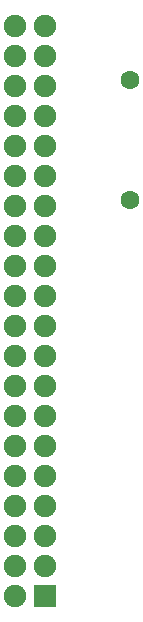
<source format=gbr>
G04 DipTrace 2.4.0.2*
%INBottomMask.gbr*%
%MOMM*%
%ADD28C,1.6*%
%ADD38C,1.9*%
%ADD40R,1.9X1.9*%
%FSLAX53Y53*%
G04*
G71*
G90*
G75*
G01*
%LNBotMask*%
%LPD*%
D28*
X21696Y55880D3*
Y45720D3*
D40*
X14453Y12201D3*
D38*
X11913D3*
X14453Y14741D3*
X11913D3*
X14453Y17281D3*
X11913D3*
X14453Y19821D3*
X11913D3*
X14453Y22361D3*
X11913D3*
X14453Y24901D3*
X11913D3*
X14453Y27441D3*
X11913D3*
X14453Y29981D3*
X11913D3*
X14453Y32521D3*
X11913D3*
X14453Y35061D3*
X11913D3*
X14453Y37601D3*
X11913D3*
X14453Y40141D3*
X11913D3*
X14453Y42681D3*
X11913D3*
X14453Y45221D3*
X11913D3*
X14453Y47761D3*
X11913D3*
X14453Y50301D3*
X11913D3*
X14453Y52841D3*
X11913D3*
X14453Y55381D3*
X11913D3*
X14453Y57921D3*
X11913D3*
X14453Y60461D3*
X11913D3*
M02*

</source>
